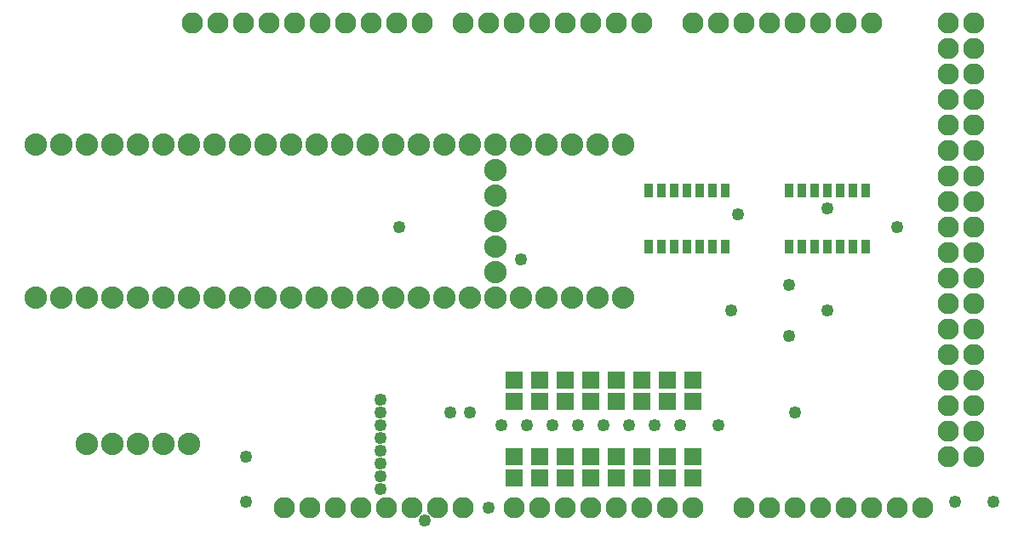
<source format=gts>
G04 MADE WITH FRITZING*
G04 WWW.FRITZING.ORG*
G04 DOUBLE SIDED*
G04 HOLES PLATED*
G04 CONTOUR ON CENTER OF CONTOUR VECTOR*
%ASAXBY*%
%FSLAX23Y23*%
%MOIN*%
%OFA0B0*%
%SFA1.0B1.0*%
%ADD10C,0.049370*%
%ADD11C,0.082917*%
%ADD12C,0.088000*%
%ADD13R,0.033622X0.057244*%
%ADD14R,0.069055X0.065118*%
%LNMASK1*%
G90*
G70*
G54D10*
X1653Y42D03*
X3228Y867D03*
X1478Y467D03*
X1478Y417D03*
X1478Y367D03*
X1478Y317D03*
X1478Y517D03*
X1478Y267D03*
X1478Y217D03*
X1478Y167D03*
X2878Y1242D03*
X3228Y1267D03*
X2053Y417D03*
X1953Y417D03*
X2153Y417D03*
X2253Y417D03*
X2353Y417D03*
X2453Y417D03*
X2553Y417D03*
X2653Y417D03*
X1753Y467D03*
X1828Y467D03*
X3078Y767D03*
X3103Y467D03*
X3078Y967D03*
X3728Y117D03*
X3878Y117D03*
X2028Y1067D03*
X953Y117D03*
X953Y292D03*
X1903Y92D03*
X3503Y1192D03*
X2853Y867D03*
G54D11*
X3003Y92D03*
X1403Y92D03*
X3103Y92D03*
X3203Y92D03*
X3303Y92D03*
X3403Y92D03*
X3703Y1492D03*
X3503Y92D03*
X3603Y92D03*
X1443Y1992D03*
X2003Y92D03*
X2103Y92D03*
X2203Y92D03*
X2303Y92D03*
X3703Y692D03*
X2403Y92D03*
X2503Y92D03*
X2603Y92D03*
X2703Y92D03*
X2203Y1992D03*
X3703Y1892D03*
X3703Y1092D03*
X3703Y292D03*
X1043Y1992D03*
X1803Y92D03*
X1803Y1992D03*
X3703Y1692D03*
X3703Y1292D03*
X3703Y892D03*
X3403Y1992D03*
X3703Y492D03*
X3303Y1992D03*
X3203Y1992D03*
X3103Y1992D03*
X3003Y1992D03*
X2903Y1992D03*
X2803Y1992D03*
X2703Y1992D03*
X843Y1992D03*
X1243Y1992D03*
X1643Y1992D03*
X1203Y92D03*
X1603Y92D03*
X2403Y1992D03*
X2003Y1992D03*
X3703Y1992D03*
X3703Y1792D03*
X3703Y1592D03*
X3703Y1392D03*
X3703Y1192D03*
X3703Y992D03*
X3703Y792D03*
X3703Y592D03*
X3703Y392D03*
X743Y1992D03*
X943Y1992D03*
X1143Y1992D03*
X1343Y1992D03*
X1543Y1992D03*
X1103Y92D03*
X1303Y92D03*
X1503Y92D03*
X1703Y92D03*
X2503Y1992D03*
X2303Y1992D03*
X2103Y1992D03*
X1903Y1992D03*
X3803Y1992D03*
X3803Y1892D03*
X3803Y1792D03*
X3803Y1692D03*
X3803Y1592D03*
X3803Y1492D03*
X3803Y1392D03*
X3803Y1292D03*
X3803Y1192D03*
X3803Y1092D03*
X3803Y992D03*
X3803Y892D03*
X3803Y792D03*
X3803Y692D03*
X3803Y592D03*
X3803Y492D03*
X3803Y392D03*
X3803Y292D03*
X2903Y92D03*
G54D12*
X2428Y1517D03*
X2328Y1517D03*
X2228Y1517D03*
X2128Y1517D03*
X2028Y1517D03*
X1928Y1517D03*
X1828Y1517D03*
X1728Y1517D03*
X1628Y1517D03*
X1528Y1517D03*
X1428Y1517D03*
X1328Y1517D03*
X1228Y1517D03*
X1128Y1517D03*
X1028Y1517D03*
X928Y1517D03*
X828Y1517D03*
X728Y1517D03*
X628Y1517D03*
X528Y1517D03*
X428Y1517D03*
X328Y1517D03*
X228Y1517D03*
X128Y1517D03*
X128Y917D03*
X228Y917D03*
X328Y917D03*
X428Y917D03*
X528Y917D03*
X628Y917D03*
X728Y917D03*
X828Y917D03*
X928Y917D03*
X1028Y917D03*
X1128Y917D03*
X1228Y917D03*
X1328Y917D03*
X1428Y917D03*
X1528Y917D03*
X1628Y917D03*
X1728Y917D03*
X1828Y917D03*
X1928Y917D03*
X2028Y917D03*
X2128Y917D03*
X2228Y917D03*
X2328Y917D03*
X2428Y917D03*
X1928Y1417D03*
X1928Y1317D03*
X1928Y1217D03*
X1928Y1117D03*
X1928Y1017D03*
X328Y342D03*
X428Y342D03*
X528Y342D03*
X628Y342D03*
X728Y342D03*
G54D10*
X2803Y417D03*
X1553Y1192D03*
G54D13*
X3078Y1117D03*
X3128Y1117D03*
X3178Y1117D03*
X3228Y1117D03*
X3278Y1117D03*
X3328Y1117D03*
X3378Y1117D03*
X3378Y1337D03*
X3328Y1337D03*
X3278Y1337D03*
X3228Y1337D03*
X3178Y1337D03*
X3128Y1337D03*
X3078Y1337D03*
X2528Y1117D03*
X2578Y1117D03*
X2628Y1117D03*
X2678Y1117D03*
X2728Y1117D03*
X2778Y1117D03*
X2828Y1117D03*
X2828Y1337D03*
X2778Y1337D03*
X2728Y1337D03*
X2678Y1337D03*
X2628Y1337D03*
X2578Y1337D03*
X2528Y1337D03*
G54D14*
X2703Y511D03*
X2703Y592D03*
X2303Y511D03*
X2303Y592D03*
X2703Y292D03*
X2703Y211D03*
X2303Y292D03*
X2303Y211D03*
X2603Y511D03*
X2603Y592D03*
X2203Y511D03*
X2203Y592D03*
X2603Y292D03*
X2603Y211D03*
X2203Y292D03*
X2203Y211D03*
X2403Y511D03*
X2403Y592D03*
X2003Y511D03*
X2003Y592D03*
X2403Y292D03*
X2403Y211D03*
X2003Y292D03*
X2003Y211D03*
X2503Y511D03*
X2503Y592D03*
X2103Y511D03*
X2103Y592D03*
X2503Y292D03*
X2503Y211D03*
X2103Y292D03*
X2103Y211D03*
G04 End of Mask1*
M02*
</source>
